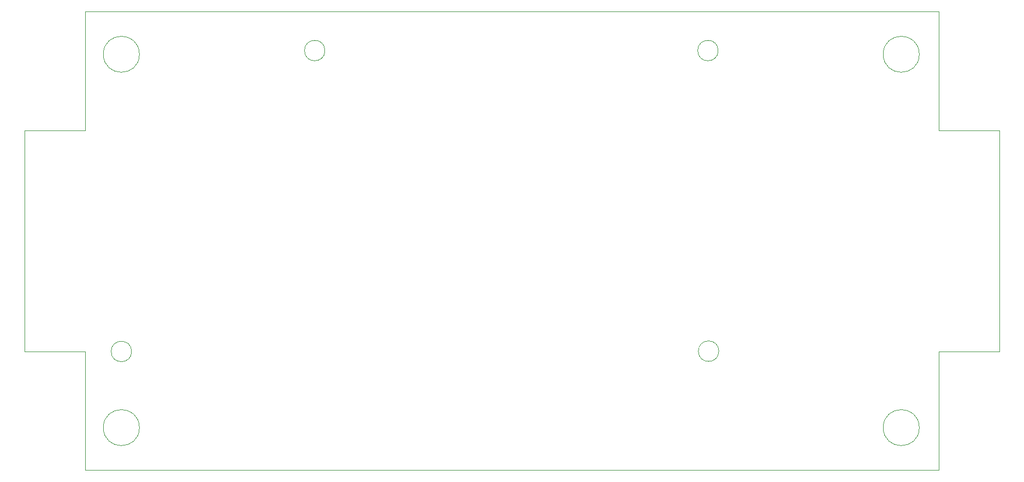
<source format=gbr>
%TF.GenerationSoftware,KiCad,Pcbnew,(6.0.0)*%
%TF.CreationDate,2023-01-04T20:07:59-08:00*%
%TF.ProjectId,MakeItRain,4d616b65-4974-4526-9169-6e2e6b696361,rev?*%
%TF.SameCoordinates,Original*%
%TF.FileFunction,Profile,NP*%
%FSLAX46Y46*%
G04 Gerber Fmt 4.6, Leading zero omitted, Abs format (unit mm)*
G04 Created by KiCad (PCBNEW (6.0.0)) date 2023-01-04 20:07:59*
%MOMM*%
%LPD*%
G01*
G04 APERTURE LIST*
%TA.AperFunction,Profile*%
%ADD10C,0.100000*%
%TD*%
G04 APERTURE END LIST*
D10*
X183134000Y-74295000D02*
X192532000Y-74295000D01*
X183134000Y-74295000D02*
X183134000Y-55880000D01*
X50800000Y-55880000D02*
X183134000Y-55880000D01*
X50800000Y-127000000D02*
X50800000Y-108585000D01*
X41402000Y-108585000D02*
X50800000Y-108585000D01*
X41402000Y-74295000D02*
X50800000Y-74295000D01*
X41402000Y-108585000D02*
X41402000Y-74295000D01*
X50800000Y-74295000D02*
X50800000Y-55880000D01*
X57975500Y-108585000D02*
G75*
G03*
X57975500Y-108585000I-1587500J0D01*
G01*
X149006426Y-108536569D02*
G75*
G03*
X149006426Y-108536569I-1587500J0D01*
G01*
X87947500Y-61912500D02*
G75*
G03*
X87947500Y-61912500I-1587500J0D01*
G01*
X148907500Y-61912500D02*
G75*
G03*
X148907500Y-61912500I-1587500J0D01*
G01*
X59182000Y-62484000D02*
G75*
G03*
X59182000Y-62484000I-2794000J0D01*
G01*
X180086000Y-62484000D02*
G75*
G03*
X180086000Y-62484000I-2794000J0D01*
G01*
X50800000Y-127000000D02*
X183134000Y-127000000D01*
X180086000Y-120396000D02*
G75*
G03*
X180086000Y-120396000I-2794000J0D01*
G01*
X192532000Y-108585000D02*
X192532000Y-74295000D01*
X183134000Y-127000000D02*
X183134000Y-108585000D01*
X59182000Y-120396000D02*
G75*
G03*
X59182000Y-120396000I-2794000J0D01*
G01*
X183134000Y-108585000D02*
X192532000Y-108585000D01*
M02*

</source>
